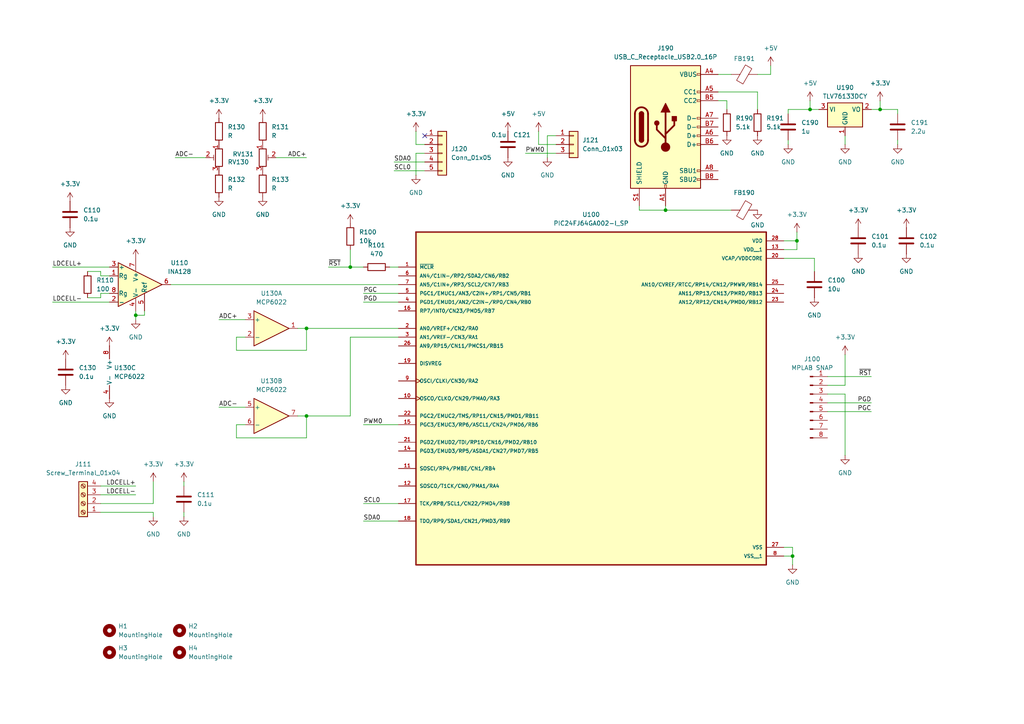
<source format=kicad_sch>
(kicad_sch (version 20231120) (generator "eeschema") (generator_version "8.0")
  (paper "A4")
  (lib_symbols
    (symbol "Amplifier_Instrumentation:INA128" (pin_names (offset 0.127))
      (property "Reference" "U" (at 3.81 3.175 0))
      (property "Value" "INA128" (at 3.81 -3.175 0))
      (symbol "INA128_0_1"
        (polyline (pts (xy 7.62 0) (xy -5.08 6.35) (xy -5.08 -6.35) (xy 7.62 0)) (stroke (width 0.254)) (fill (type background)))
      )
      (symbol "INA128_1_1"
        (pin passive line (at -7.62 2.54 0) (length 2.54) (name "Rg") (number "1"))
        (pin input line (at -7.62 -5.08 0) (length 2.54) (name "-") (number "2"))
        (pin input line (at -7.62 5.08 0) (length 2.54) (name "+") (number "3"))
        (pin power_in line (at 0 -7.62 90) (length 3.81) (name "V-") (number "4"))
        (pin input line (at 2.54 -7.62 90) (length 5.08) (name "Ref") (number "5"))
        (pin output line (at 10.16 0 180) (length 2.54) (name "~") (number "6"))
        (pin power_in line (at 0 7.62 270) (length 3.81) (name "V+") (number "7"))
        (pin passive line (at -7.62 -2.54 0) (length 2.54) (name "Rg") (number "8"))
      )
    )
    (symbol "Amplifier_Operational:MCP6022" (pin_names (offset 0.127))
      (property "Reference" "U" (at 0 5.08 0))
      (property "Value" "MCP6022" (at 0 -5.08 0))
      (symbol "MCP6022_1_1"
        (polyline (pts (xy -5.08 5.08) (xy 5.08 0) (xy -5.08 -5.08) (xy -5.08 5.08)) (stroke (width 0.254)) (fill (type background)))
        (pin output line (at 7.62 0 180) (length 2.54) (name "~") (number "1"))
        (pin input line (at -7.62 -2.54 0) (length 2.54) (name "-") (number "2"))
        (pin input line (at -7.62 2.54 0) (length 2.54) (name "+") (number "3"))
      )
      (symbol "MCP6022_2_1"
        (polyline (pts (xy -5.08 5.08) (xy 5.08 0) (xy -5.08 -5.08) (xy -5.08 5.08)) (stroke (width 0.254)) (fill (type background)))
        (pin input line (at -7.62 2.54 0) (length 2.54) (name "+") (number "5"))
        (pin input line (at -7.62 -2.54 0) (length 2.54) (name "-") (number "6"))
        (pin output line (at 7.62 0 180) (length 2.54) (name "~") (number "7"))
      )
      (symbol "MCP6022_3_1"
        (pin power_in line (at -2.54 -7.62 90) (length 3.81) (name "V-") (number "4"))
        (pin power_in line (at -2.54 7.62 270) (length 3.81) (name "V+") (number "8"))
      )
    )
    (symbol "Connector:Conn_01x08_Pin" (pin_names (offset 1.016) hide)
      (property "Reference" "J" (at 0 10.16 0))
      (property "Value" "Conn_01x08_Pin" (at 0 -12.7 0))
      (symbol "Conn_01x08_Pin_1_1"
        (polyline (pts (xy 1.27 -10.16) (xy 0.8636 -10.16)) (stroke (width 0.1524)))
        (polyline (pts (xy 1.27 -7.62) (xy 0.8636 -7.62)) (stroke (width 0.1524)))
        (polyline (pts (xy 1.27 -5.08) (xy 0.8636 -5.08)) (stroke (width 0.1524)))
        (polyline (pts (xy 1.27 -2.54) (xy 0.8636 -2.54)) (stroke (width 0.1524)))
        (polyline (pts (xy 1.27 0) (xy 0.8636 0)) (stroke (width 0.1524)))
        (polyline (pts (xy 1.27 2.54) (xy 0.8636 2.54)) (stroke (width 0.1524)))
        (polyline (pts (xy 1.27 5.08) (xy 0.8636 5.08)) (stroke (width 0.1524)))
        (polyline (pts (xy 1.27 7.62) (xy 0.8636 7.62)) (stroke (width 0.1524)))
        (rectangle (start 0.8636 -10.033) (end 0 -10.287) (stroke (width 0.1524)) (fill (type outline)))
        (rectangle (start 0.8636 -7.493) (end 0 -7.747) (stroke (width 0.1524)) (fill (type outline)))
        (rectangle (start 0.8636 -4.953) (end 0 -5.207) (stroke (width 0.1524)) (fill (type outline)))
        (rectangle (start 0.8636 -2.413) (end 0 -2.667) (stroke (width 0.1524)) (fill (type outline)))
        (rectangle (start 0.8636 0.127) (end 0 -0.127) (stroke (width 0.1524)) (fill (type outline)))
        (rectangle (start 0.8636 2.667) (end 0 2.413) (stroke (width 0.1524)) (fill (type outline)))
        (rectangle (start 0.8636 5.207) (end 0 4.953) (stroke (width 0.1524)) (fill (type outline)))
        (rectangle (start 0.8636 7.747) (end 0 7.493) (stroke (width 0.1524)) (fill (type outline)))
        (pin passive line (at 5.08 7.62 180) (length 3.81) (name "Pin_1") (number "1"))
        (pin passive line (at 5.08 5.08 180) (length 3.81) (name "Pin_2") (number "2"))
        (pin passive line (at 5.08 2.54 180) (length 3.81) (name "Pin_3") (number "3"))
        (pin passive line (at 5.08 0 180) (length 3.81) (name "Pin_4") (number "4"))
        (pin passive line (at 5.08 -2.54 180) (length 3.81) (name "Pin_5") (number "5"))
        (pin passive line (at 5.08 -5.08 180) (length 3.81) (name "Pin_6") (number "6"))
        (pin passive line (at 5.08 -7.62 180) (length 3.81) (name "Pin_7") (number "7"))
        (pin passive line (at 5.08 -10.16 180) (length 3.81) (name "Pin_8") (number "8"))
      )
    )
    (symbol "Connector:Screw_Terminal_01x04" (pin_names (offset 1.016) hide)
      (property "Reference" "J" (at 0 5.08 0))
      (property "Value" "Screw_Terminal_01x04" (at 0 -7.62 0))
      (symbol "Screw_Terminal_01x04_1_1"
        (rectangle (start -1.27 3.81) (end 1.27 -6.35) (stroke (width 0.254)) (fill (type background)))
        (circle (center 0 -5.08) (radius 0.635) (stroke (width 0.1524)))
        (circle (center 0 -2.54) (radius 0.635) (stroke (width 0.1524)))
        (polyline (pts (xy -0.5334 -4.7498) (xy 0.3302 -5.588)) (stroke (width 0.1524)))
        (polyline (pts (xy -0.5334 -2.2098) (xy 0.3302 -3.048)) (stroke (width 0.1524)))
        (polyline (pts (xy -0.5334 0.3302) (xy 0.3302 -0.508)) (stroke (width 0.1524)))
        (polyline (pts (xy -0.5334 2.8702) (xy 0.3302 2.032)) (stroke (width 0.1524)))
        (polyline (pts (xy -0.3556 -4.572) (xy 0.508 -5.4102)) (stroke (width 0.1524)))
        (polyline (pts (xy -0.3556 -2.032) (xy 0.508 -2.8702)) (stroke (width 0.1524)))
        (polyline (pts (xy -0.3556 0.508) (xy 0.508 -0.3302)) (stroke (width 0.1524)))
        (polyline (pts (xy -0.3556 3.048) (xy 0.508 2.2098)) (stroke (width 0.1524)))
        (circle (center 0 0) (radius 0.635) (stroke (width 0.1524)))
        (circle (center 0 2.54) (radius 0.635) (stroke (width 0.1524)))
        (pin passive line (at -5.08 2.54 0) (length 3.81) (name "Pin_1") (number "1"))
        (pin passive line (at -5.08 0 0) (length 3.81) (name "Pin_2") (number "2"))
        (pin passive line (at -5.08 -2.54 0) (length 3.81) (name "Pin_3") (number "3"))
        (pin passive line (at -5.08 -5.08 0) (length 3.81) (name "Pin_4") (number "4"))
      )
    )
    (symbol "Connector:USB_C_Receptacle_USB2.0_16P" (pin_names (offset 1.016))
      (property "Reference" "J" (at 0 22.225 0))
      (property "Value" "USB_C_Receptacle_USB2.0_16P" (at 0 19.685 0))
      (symbol "USB_C_Receptacle_USB2.0_16P_0_0"
        (rectangle (start -0.254 -17.78) (end 0.254 -16.764))
        (rectangle (start 10.16 -14.986) (end 9.144 -15.494))
        (rectangle (start 10.16 -12.446) (end 9.144 -12.954))
        (rectangle (start 10.16 -4.826) (end 9.144 -5.334))
        (rectangle (start 10.16 -2.286) (end 9.144 -2.794))
        (rectangle (start 10.16 0.254) (end 9.144 -0.254))
        (rectangle (start 10.16 2.794) (end 9.144 2.286))
        (rectangle (start 10.16 7.874) (end 9.144 7.366))
        (rectangle (start 10.16 10.414) (end 9.144 9.906))
        (rectangle (start 10.16 15.494) (end 9.144 14.986))
      )
      (symbol "USB_C_Receptacle_USB2.0_16P_0_1"
        (rectangle (start -10.16 17.78) (end 10.16 -17.78) (stroke (width 0.254)) (fill (type background)))
        (arc (start -8.89 -3.81) (mid -6.985 -5.7067) (end -5.08 -3.81) (stroke (width 0.508)))
        (arc (start -7.62 -3.81) (mid -6.985 -4.4423) (end -6.35 -3.81) (stroke (width 0.254)))
        (arc (start -7.62 -3.81) (mid -6.985 -4.4423) (end -6.35 -3.81) (stroke (width 0.254)) (fill (type outline)))
        (rectangle (start -7.62 -3.81) (end -6.35 3.81) (stroke (width 0.254)) (fill (type outline)))
        (arc (start -6.35 3.81) (mid -6.985 4.4423) (end -7.62 3.81) (stroke (width 0.254)))
        (arc (start -6.35 3.81) (mid -6.985 4.4423) (end -7.62 3.81) (stroke (width 0.254)) (fill (type outline)))
        (arc (start -5.08 3.81) (mid -6.985 5.7067) (end -8.89 3.81) (stroke (width 0.508)))
        (circle (center -2.54 1.143) (radius 0.635) (stroke (width 0.254)) (fill (type outline)))
        (circle (center 0 -5.842) (radius 1.27) (fill (type outline)))
        (polyline (pts (xy -8.89 -3.81) (xy -8.89 3.81)) (stroke (width 0.508)))
        (polyline (pts (xy -5.08 3.81) (xy -5.08 -3.81)) (stroke (width 0.508)))
        (polyline (pts (xy 0 -5.842) (xy 0 4.318)) (stroke (width 0.508)))
        (polyline (pts (xy 0 -3.302) (xy -2.54 -0.762) (xy -2.54 0.508)) (stroke (width 0.508)))
        (polyline (pts (xy 0 -2.032) (xy 2.54 0.508) (xy 2.54 1.778)) (stroke (width 0.508)))
        (polyline (pts (xy -1.27 4.318) (xy 0 6.858) (xy 1.27 4.318) (xy -1.27 4.318)) (stroke (width 0.254)) (fill (type outline)))
        (rectangle (start 1.905 1.778) (end 3.175 3.048) (stroke (width 0.254)) (fill (type outline)))
      )
      (symbol "USB_C_Receptacle_USB2.0_16P_1_1"
        (pin passive line (at 0 -22.86 90) (length 5.08) (name "GND") (number "A1"))
        (pin passive line (at 0 -22.86 90) (length 5.08) hide (name "GND") (number "A12"))
        (pin passive line (at 15.24 15.24 180) (length 5.08) (name "VBUS") (number "A4"))
        (pin bidirectional line (at 15.24 10.16 180) (length 5.08) (name "CC1") (number "A5"))
        (pin bidirectional line (at 15.24 -2.54 180) (length 5.08) (name "D+") (number "A6"))
        (pin bidirectional line (at 15.24 2.54 180) (length 5.08) (name "D-") (number "A7"))
        (pin bidirectional line (at 15.24 -12.7 180) (length 5.08) (name "SBU1") (number "A8"))
        (pin passive line (at 15.24 15.24 180) (length 5.08) hide (name "VBUS") (number "A9"))
        (pin passive line (at 0 -22.86 90) (length 5.08) hide (name "GND") (number "B1"))
        (pin passive line (at 0 -22.86 90) (length 5.08) hide (name "GND") (number "B12"))
        (pin passive line (at 15.24 15.24 180) (length 5.08) hide (name "VBUS") (number "B4"))
        (pin bidirectional line (at 15.24 7.62 180) (length 5.08) (name "CC2") (number "B5"))
        (pin bidirectional line (at 15.24 -5.08 180) (length 5.08) (name "D+") (number "B6"))
        (pin bidirectional line (at 15.24 0 180) (length 5.08) (name "D-") (number "B7"))
        (pin bidirectional line (at 15.24 -15.24 180) (length 5.08) (name "SBU2") (number "B8"))
        (pin passive line (at 15.24 15.24 180) (length 5.08) hide (name "VBUS") (number "B9"))
        (pin passive line (at -7.62 -22.86 90) (length 5.08) (name "SHIELD") (number "S1"))
      )
    )
    (symbol "Connector_Generic:Conn_01x03" (pin_names (offset 1.016) hide)
      (property "Reference" "J" (at 0 5.08 0))
      (property "Value" "Conn_01x03" (at 0 -5.08 0))
      (symbol "Conn_01x03_1_1"
        (rectangle (start -1.27 -2.413) (end 0 -2.667) (stroke (width 0.1524)))
        (rectangle (start -1.27 0.127) (end 0 -0.127) (stroke (width 0.1524)))
        (rectangle (start -1.27 2.667) (end 0 2.413) (stroke (width 0.1524)))
        (rectangle (start -1.27 3.81) (end 1.27 -3.81) (stroke (width 0.254)) (fill (type background)))
        (pin passive line (at -5.08 2.54 0) (length 3.81) (name "Pin_1") (number "1"))
        (pin passive line (at -5.08 0 0) (length 3.81) (name "Pin_2") (number "2"))
        (pin passive line (at -5.08 -2.54 0) (length 3.81) (name "Pin_3") (number "3"))
      )
    )
    (symbol "Connector_Generic:Conn_01x05" (pin_names (offset 1.016) hide)
      (property "Reference" "J" (at 0 7.62 0))
      (property "Value" "Conn_01x05" (at 0 -7.62 0))
      (symbol "Conn_01x05_1_1"
        (rectangle (start -1.27 -4.953) (end 0 -5.207) (stroke (width 0.1524)))
        (rectangle (start -1.27 -2.413) (end 0 -2.667) (stroke (width 0.1524)))
        (rectangle (start -1.27 0.127) (end 0 -0.127) (stroke (width 0.1524)))
        (rectangle (start -1.27 2.667) (end 0 2.413) (stroke (width 0.1524)))
        (rectangle (start -1.27 5.207) (end 0 4.953) (stroke (width 0.1524)))
        (rectangle (start -1.27 6.35) (end 1.27 -6.35) (stroke (width 0.254)) (fill (type background)))
        (pin passive line (at -5.08 5.08 0) (length 3.81) (name "Pin_1") (number "1"))
        (pin passive line (at -5.08 2.54 0) (length 3.81) (name "Pin_2") (number "2"))
        (pin passive line (at -5.08 0 0) (length 3.81) (name "Pin_3") (number "3"))
        (pin passive line (at -5.08 -2.54 0) (length 3.81) (name "Pin_4") (number "4"))
        (pin passive line (at -5.08 -5.08 0) (length 3.81) (name "Pin_5") (number "5"))
      )
    )
    (symbol "Device:C" (pin_numbers hide) (pin_names (offset 0.254))
      (property "Reference" "C" (at 0.635 2.54 0))
      (property "Value" "C" (at 0.635 -2.54 0))
      (symbol "C_0_1"
        (polyline (pts (xy -2.032 -0.762) (xy 2.032 -0.762)) (stroke (width 0.508)))
        (polyline (pts (xy -2.032 0.762) (xy 2.032 0.762)) (stroke (width 0.508)))
      )
      (symbol "C_1_1"
        (pin passive line (at 0 3.81 270) (length 2.794) (name "~") (number "1"))
        (pin passive line (at 0 -3.81 90) (length 2.794) (name "~") (number "2"))
      )
    )
    (symbol "Device:FerriteBead" (pin_numbers hide) (pin_names (offset 0))
      (property "Reference" "FB" (at -3.81 0.635 90))
      (property "Value" "FerriteBead" (at 3.81 0 90))
      (symbol "FerriteBead_0_1"
        (polyline (pts (xy 0 -1.27) (xy 0 -1.2192)))
        (polyline (pts (xy 0 1.27) (xy 0 1.2954)))
        (polyline (pts (xy -2.7686 0.4064) (xy -1.7018 2.2606) (xy 2.7686 -0.3048) (xy 1.6764 -2.159) (xy -2.7686 0.4064)))
      )
      (symbol "FerriteBead_1_1"
        (pin passive line (at 0 3.81 270) (length 2.54) (name "~") (number "1"))
        (pin passive line (at 0 -3.81 90) (length 2.54) (name "~") (number "2"))
      )
    )
    (symbol "Device:R" (pin_numbers hide) (pin_names (offset 0))
      (property "Reference" "R" (at 2.032 0 90))
      (property "Value" "R" (at 0 0 90))
      (symbol "R_0_1"
        (rectangle (start -1.016 -2.54) (end 1.016 2.54) (stroke (width 0.254)))
      )
      (symbol "R_1_1"
        (pin passive line (at 0 3.81 270) (length 1.27) (name "~") (number "1"))
        (pin passive line (at 0 -3.81 90) (length 1.27) (name "~") (number "2"))
      )
    )
    (symbol "Device:R_Potentiometer_Trim" (pin_names (offset 1.016) hide)
      (property "Reference" "RV" (at -4.445 0 90))
      (property "Value" "R_Potentiometer_Trim" (at -2.54 0 90))
      (symbol "R_Potentiometer_Trim_0_1"
        (polyline (pts (xy 1.524 0.762) (xy 1.524 -0.762)))
        (polyline (pts (xy 2.54 0) (xy 1.524 0)))
        (rectangle (start 1.016 2.54) (end -1.016 -2.54) (stroke (width 0.254)))
      )
      (symbol "R_Potentiometer_Trim_1_1"
        (pin passive line (at 0 3.81 270) (length 1.27) (name "1") (number "1"))
        (pin passive line (at 3.81 0 180) (length 1.27) (name "2") (number "2"))
        (pin passive line (at 0 -3.81 90) (length 1.27) (name "3") (number "3"))
      )
    )
    (symbol "Mechanical:MountingHole" (pin_names (offset 1.016)) (exclude_from_sim yes) (in_bom no)
      (property "Reference" "H" (at 0 5.08 0))
      (property "Value" "MountingHole" (at 0 3.175 0))
      (symbol "MountingHole_0_1"
        (circle (center 0 0) (radius 1.27) (stroke (width 1.27)))
      )
    )
    (symbol "PIC24FJ64GA002-I_SP:PIC24FJ64GA002-I_SP" (pin_names (offset 1.016))
      (property "Reference" "U" (at -50.8 46.72 0))
      (property "Value" "PIC24FJ64GA002-I_SP" (at -50.8 -54.8 0))
      (symbol "PIC24FJ64GA002-I_SP_0_0"
        (rectangle (start -50.8 -50.8) (end 50.8 45.72) (stroke (width 0.41)) (fill (type background)))
        (pin input line (at -55.88 35.56 0) (length 5.08) (name "~{MCLR}") (number "1"))
        (pin bidirectional clock (at -55.88 -2.54 0) (length 5.08) (name "OSCO/CLKO/CN29/PMA0/RA3") (number "10"))
        (pin bidirectional line (at -55.88 -22.86 0) (length 5.08) (name "SOSCI/RP4/PMBE/CN1/RB4") (number "11"))
        (pin bidirectional line (at -55.88 -27.94 0) (length 5.08) (name "SOSCO/T1CK/CN0/PMA1/RA4") (number "12"))
        (pin power_in line (at 55.88 40.64 180) (length 5.08) (name "VDD__1") (number "13"))
        (pin bidirectional line (at -55.88 -17.78 0) (length 5.08) (name "PGD3/EMUD3/RP5/ASDA1/CN27/PMD7/RB5") (number "14"))
        (pin bidirectional line (at -55.88 -10.16 0) (length 5.08) (name "PGC3/EMUC3/RP6/ASCL1/CN24/PMD6/RB6") (number "15"))
        (pin input line (at -55.88 22.86 0) (length 5.08) (name "RP7/INT0/CN23/PMD5/RB7") (number "16"))
        (pin bidirectional line (at -55.88 -33.02 0) (length 5.08) (name "TCK/RP8/SCL1/CN22/PMD4/RB8") (number "17"))
        (pin bidirectional line (at -55.88 -38.1 0) (length 5.08) (name "TDO/RP9/SDA1/CN21/PMD3/RB9") (number "18"))
        (pin bidirectional line (at -55.88 7.62 0) (length 5.08) (name "DISVREG") (number "19"))
        (pin bidirectional line (at -55.88 17.78 0) (length 5.08) (name "AN0/VREF+/CN2/RA0") (number "2"))
        (pin power_in line (at 55.88 38.1 180) (length 5.08) (name "VCAP/VDDCORE") (number "20"))
        (pin bidirectional line (at -55.88 -15.24 0) (length 5.08) (name "PGD2/EMUD2/TDI/RP10/CN16/PMD2/RB10") (number "21"))
        (pin bidirectional line (at -55.88 -7.62 0) (length 5.08) (name "PGC2/EMUC2/TMS/RP11/CN15/PMD1/RB11") (number "22"))
        (pin bidirectional line (at 55.88 25.4 180) (length 5.08) (name "AN12/RP12/CN14/PMD0/RB12") (number "23"))
        (pin bidirectional line (at 55.88 27.94 180) (length 5.08) (name "AN11/RP13/CN13/PMRD/RB13") (number "24"))
        (pin bidirectional line (at 55.88 30.48 180) (length 5.08) (name "AN10/CVREF/RTCC/RP14/CN12/PMWR/RB14") (number "25"))
        (pin bidirectional line (at -55.88 12.7 0) (length 5.08) (name "AN9/RP15/CN11/PMCS1/RB15") (number "26"))
        (pin power_in line (at 55.88 -45.72 180) (length 5.08) (name "VSS") (number "27"))
        (pin power_in line (at 55.88 43.18 180) (length 5.08) (name "VDD") (number "28"))
        (pin bidirectional line (at -55.88 15.24 0) (length 5.08) (name "AN1/VREF-/CN3/RA1") (number "3"))
        (pin input line (at -55.88 25.4 0) (length 5.08) (name "PGD1/EMUD1/AN2/C2IN-/RP0/CN4/RB0") (number "4"))
        (pin input line (at -55.88 27.94 0) (length 5.08) (name "PGC1/EMUC1/AN3/C2IN+/RP1/CN5/RB1") (number "5"))
        (pin input line (at -55.88 33.02 0) (length 5.08) (name "AN4/C1IN-/RP2/SDA2/CN6/RB2") (number "6"))
        (pin input line (at -55.88 30.48 0) (length 5.08) (name "AN5/C1IN+/RP3/SCL2/CN7/RB3") (number "7"))
        (pin power_in line (at 55.88 -48.26 180) (length 5.08) (name "VSS__1") (number "8"))
        (pin bidirectional clock (at -55.88 2.54 0) (length 5.08) (name "OSCI/CLKI/CN30/RA2") (number "9"))
      )
    )
    (symbol "Regulator_Linear:TLV76133DCY"
      (property "Reference" "U" (at -7.62 6.35 0))
      (property "Value" "TLV76133DCY" (at -1.27 6.35 0))
      (symbol "TLV76133DCY_0_1"
        (rectangle (start -5.08 -5.08) (end 5.08 1.905) (stroke (width 0.254)) (fill (type background)))
      )
      (symbol "TLV76133DCY_1_1"
        (pin power_in line (at 0 -7.62 90) (length 2.54) (name "GND") (number "1"))
        (pin power_out line (at 7.62 0 180) (length 2.54) (name "VO") (number "2"))
        (pin power_in line (at -7.62 0 0) (length 2.54) (name "VI") (number "3"))
      )
    )
    (symbol "power:+3.3V" (power) (pin_numbers hide) (pin_names (offset 0) hide)
      (property "Value" "+3.3V" (at 0 3.556 0))
      (symbol "+3.3V_0_1"
        (polyline (pts (xy -0.762 1.27) (xy 0 2.54)))
        (polyline (pts (xy 0 0) (xy 0 2.54)))
        (polyline (pts (xy 0 2.54) (xy 0.762 1.27)))
      )
      (symbol "+3.3V_1_1"
        (pin power_in line (at 0 0 90) (length 0) (name "~") (number "1"))
      )
    )
    (symbol "power:+5V" (power) (pin_numbers hide) (pin_names (offset 0) hide)
      (property "Value" "+5V" (at 0 3.556 0))
      (symbol "+5V_0_1"
        (polyline (pts (xy -0.762 1.27) (xy 0 2.54)))
        (polyline (pts (xy 0 0) (xy 0 2.54)))
        (polyline (pts (xy 0 2.54) (xy 0.762 1.27)))
      )
      (symbol "+5V_1_1"
        (pin power_in line (at 0 0 90) (length 0) (name "~") (number "1"))
      )
    )
    (symbol "power:GND" (power) (pin_numbers hide) (pin_names (offset 0) hide)
      (property "Value" "GND" (at 0 -3.81 0))
      (symbol "GND_0_1"
        (polyline (pts (xy 0 0) (xy 0 -1.27) (xy 1.27 -1.27) (xy 0 -2.54) (xy -1.27 -1.27) (xy 0 -1.27)))
      )
      (symbol "GND_1_1"
        (pin power_in line (at 0 0 270) (length 0) (name "~") (number "1"))
      )
    )
  )
  (junction (at 88.9 95.25))
  (junction (at 101.6 77.47))
  (junction (at 193.04 60.96))
  (junction (at 255.27 31.75))
  (junction (at 88.9 120.65))
  (junction (at 234.95 31.75))
  (junction (at 39.37 91.44))
  (junction (at 229.87 161.29))
  (junction (at 231.14 69.85))
  (no_connect (at 123.19 39.37))
  (wire (pts (xy 29.21 85.09) (xy 31.75 85.09)))
  (wire (pts (xy 71.12 97.79) (xy 68.58 97.79)))
  (wire (pts (xy 208.28 29.21) (xy 210.82 29.21)))
  (wire (pts (xy 227.33 72.39) (xy 231.14 72.39)))
  (wire (pts (xy 185.42 59.69) (xy 185.42 60.96)))
  (wire (pts (xy 68.58 123.19) (xy 68.58 127)))
  (wire (pts (xy 236.22 78.74) (xy 236.22 74.93)))
  (wire (pts (xy 212.09 60.96) (xy 193.04 60.96)))
  (wire (pts (xy 25.4 78.74) (xy 29.21 78.74)))
  (wire (pts (xy 228.6 31.75) (xy 228.6 33.02)))
  (wire (pts (xy 29.21 143.51) (xy 39.37 143.51)))
  (wire (pts (xy 240.03 114.3) (xy 245.11 114.3)))
  (wire (pts (xy 114.3 49.53) (xy 123.19 49.53)))
  (wire (pts (xy 208.28 21.59) (xy 212.09 21.59)))
  (wire (pts (xy 41.91 91.44) (xy 39.37 91.44)))
  (wire (pts (xy 101.6 97.79) (xy 115.57 97.79)))
  (wire (pts (xy 236.22 74.93) (xy 227.33 74.93)))
  (wire (pts (xy 101.6 72.39) (xy 101.6 77.47)))
  (wire (pts (xy 44.45 139.7) (xy 44.45 146.05)))
  (wire (pts (xy 231.14 69.85) (xy 231.14 72.39)))
  (wire (pts (xy 161.29 39.37) (xy 158.75 39.37)))
  (wire (pts (xy 105.41 123.19) (xy 115.57 123.19)))
  (wire (pts (xy 240.03 111.76) (xy 245.11 111.76)))
  (wire (pts (xy 260.35 31.75) (xy 260.35 33.02)))
  (wire (pts (xy 227.33 69.85) (xy 231.14 69.85)))
  (wire (pts (xy 245.11 114.3) (xy 245.11 132.08)))
  (wire (pts (xy 101.6 120.65) (xy 101.6 97.79)))
  (wire (pts (xy 63.5 92.71) (xy 71.12 92.71)))
  (wire (pts (xy 219.71 21.59) (xy 223.52 21.59)))
  (wire (pts (xy 161.29 41.91) (xy 156.21 41.91)))
  (wire (pts (xy 105.41 85.09) (xy 115.57 85.09)))
  (wire (pts (xy 68.58 101.6) (xy 88.9 101.6)))
  (wire (pts (xy 68.58 127) (xy 88.9 127)))
  (wire (pts (xy 123.19 41.91) (xy 120.65 41.91)))
  (wire (pts (xy 229.87 163.83) (xy 229.87 161.29)))
  (wire (pts (xy 223.52 21.59) (xy 223.52 19.05)))
  (wire (pts (xy 105.41 77.47) (xy 101.6 77.47)))
  (wire (pts (xy 114.3 46.99) (xy 123.19 46.99)))
  (wire (pts (xy 68.58 97.79) (xy 68.58 101.6)))
  (wire (pts (xy 29.21 80.01) (xy 31.75 80.01)))
  (wire (pts (xy 39.37 92.71) (xy 39.37 91.44)))
  (wire (pts (xy 120.65 44.45) (xy 120.65 50.8)))
  (wire (pts (xy 245.11 39.37) (xy 245.11 41.91)))
  (wire (pts (xy 88.9 127) (xy 88.9 120.65)))
  (wire (pts (xy 44.45 148.59) (xy 44.45 149.86)))
  (wire (pts (xy 41.91 90.17) (xy 41.91 91.44)))
  (wire (pts (xy 123.19 44.45) (xy 120.65 44.45)))
  (wire (pts (xy 113.03 77.47) (xy 115.57 77.47)))
  (wire (pts (xy 80.01 45.72) (xy 88.9 45.72)))
  (wire (pts (xy 15.24 77.47) (xy 31.75 77.47)))
  (wire (pts (xy 53.34 139.7) (xy 53.34 140.97)))
  (wire (pts (xy 105.41 146.05) (xy 115.57 146.05)))
  (wire (pts (xy 260.35 40.64) (xy 260.35 41.91)))
  (wire (pts (xy 152.4 44.45) (xy 161.29 44.45)))
  (wire (pts (xy 50.8 45.72) (xy 59.69 45.72)))
  (wire (pts (xy 245.11 102.87) (xy 245.11 111.76)))
  (wire (pts (xy 210.82 29.21) (xy 210.82 31.75)))
  (wire (pts (xy 240.03 119.38) (xy 252.73 119.38)))
  (wire (pts (xy 255.27 31.75) (xy 260.35 31.75)))
  (wire (pts (xy 208.28 26.67) (xy 219.71 26.67)))
  (wire (pts (xy 105.41 87.63) (xy 115.57 87.63)))
  (wire (pts (xy 29.21 146.05) (xy 44.45 146.05)))
  (wire (pts (xy 49.53 82.55) (xy 115.57 82.55)))
  (wire (pts (xy 39.37 91.44) (xy 39.37 90.17)))
  (wire (pts (xy 231.14 67.31) (xy 231.14 69.85)))
  (wire (pts (xy 234.95 31.75) (xy 237.49 31.75)))
  (wire (pts (xy 71.12 123.19) (xy 68.58 123.19)))
  (wire (pts (xy 95.25 77.47) (xy 101.6 77.47)))
  (wire (pts (xy 228.6 31.75) (xy 234.95 31.75)))
  (wire (pts (xy 193.04 60.96) (xy 193.04 59.69)))
  (wire (pts (xy 227.33 158.75) (xy 229.87 158.75)))
  (wire (pts (xy 255.27 29.21) (xy 255.27 31.75)))
  (wire (pts (xy 88.9 120.65) (xy 86.36 120.65)))
  (wire (pts (xy 86.36 95.25) (xy 88.9 95.25)))
  (wire (pts (xy 25.4 86.36) (xy 29.21 86.36)))
  (wire (pts (xy 234.95 29.21) (xy 234.95 31.75)))
  (wire (pts (xy 105.41 151.13) (xy 115.57 151.13)))
  (wire (pts (xy 29.21 86.36) (xy 29.21 85.09)))
  (wire (pts (xy 156.21 38.1) (xy 156.21 41.91)))
  (wire (pts (xy 88.9 95.25) (xy 115.57 95.25)))
  (wire (pts (xy 88.9 120.65) (xy 101.6 120.65)))
  (wire (pts (xy 120.65 38.1) (xy 120.65 41.91)))
  (wire (pts (xy 228.6 40.64) (xy 228.6 41.91)))
  (wire (pts (xy 158.75 39.37) (xy 158.75 45.72)))
  (wire (pts (xy 240.03 116.84) (xy 252.73 116.84)))
  (wire (pts (xy 255.27 31.75) (xy 252.73 31.75)))
  (wire (pts (xy 219.71 26.67) (xy 219.71 31.75)))
  (wire (pts (xy 29.21 78.74) (xy 29.21 80.01)))
  (wire (pts (xy 185.42 60.96) (xy 193.04 60.96)))
  (wire (pts (xy 15.24 87.63) (xy 31.75 87.63)))
  (wire (pts (xy 29.21 148.59) (xy 44.45 148.59)))
  (wire (pts (xy 88.9 101.6) (xy 88.9 95.25)))
  (wire (pts (xy 63.5 118.11) (xy 71.12 118.11)))
  (wire (pts (xy 229.87 161.29) (xy 227.33 161.29)))
  (wire (pts (xy 229.87 158.75) (xy 229.87 161.29)))
  (wire (pts (xy 29.21 140.97) (xy 39.37 140.97)))
  (wire (pts (xy 240.03 109.22) (xy 252.73 109.22)))
  (wire (pts (xy 53.34 149.86) (xy 53.34 148.59)))
  (label "~{RST}" (at 95.25 77.47 0))
  (label "SDA0" (at 105.41 151.13 0))
  (label "PGC" (at 252.73 119.38 180))
  (label "PGC" (at 105.41 85.09 0))
  (label "LDCELL-" (at 15.24 87.63 0))
  (label "SDA0" (at 114.3 46.99 0))
  (label "~{RST}" (at 252.73 109.22 180))
  (label "PGD" (at 105.41 87.63 0))
  (label "LDCELL-" (at 39.37 143.51 180))
  (label "ADC-" (at 50.8 45.72 0))
  (label "ADC+" (at 88.9 45.72 180))
  (label "PWM0" (at 152.4 44.45 0))
  (label "PWM0" (at 105.41 123.19 0))
  (label "LDCELL+" (at 39.37 140.97 180))
  (label "SCL0" (at 114.3 49.53 0))
  (label "ADC+" (at 63.5 92.71 0))
  (label "ADC-" (at 63.5 118.11 0))
  (label "PGD" (at 252.73 116.84 180))
  (label "LDCELL+" (at 15.24 77.47 0))
  (label "SCL0" (at 105.41 146.05 0))
  (symbol (lib_id "power:GND") (at 31.75 115.57 0) (unit 1)
    (property "Reference" "#PWR04" (effects (hide yes)))
    (property "Value" "GND" (at 31.75 120.65 0))
    (property "Description" "Power symbol creates a global label with name \"GND\" , ground" (effects (hide yes)))
  )
  (symbol (lib_id "Mechanical:MountingHole") (at 52.07 189.23 0) (unit 1) (exclude_from_sim yes) (in_bom no)
    (property "Reference" "H4" (at 54.61 187.9599 0) (effects (justify left)))
    (property "Value" "MountingHole" (at 54.61 190.4999 0) (effects (justify left)))
    (property "Footprint" "MountingHole:MountingHole_2.7mm" (effects (hide yes)))
    (property "Description" "Mounting Hole without connection" (effects (hide yes)))
  )
  (symbol (lib_id "power:+5V") (at 223.52 19.05 0) (unit 1)
    (property "Reference" "#PWR037" (effects (hide yes)))
    (property "Value" "+5V" (at 223.52 13.97 0))
    (property "Description" "Power symbol creates a global label with name \"+5V\"" (effects (hide yes)))
  )
  (symbol (lib_id "power:+3.3V") (at 262.89 66.04 0) (unit 1)
    (property "Reference" "#PWR017" (effects (hide yes)))
    (property "Value" "+3.3V" (at 262.89 60.96 0))
    (property "Description" "Power symbol creates a global label with name \"+3.3V\"" (effects (hide yes)))
  )
  (symbol (lib_id "Device:R") (at 109.22 77.47 90) (unit 1)
    (property "Reference" "R101" (at 109.22 71.12 90))
    (property "Value" "470" (at 109.22 73.66 90))
    (property "Footprint" "Resistor_SMD:R_0603_1608Metric_Pad0.98x0.95mm_HandSolder" (effects (hide yes)))
    (property "Description" "Resistor" (effects (hide yes)))
  )
  (symbol (lib_id "Device:R") (at 76.2 53.34 0) (unit 1)
    (property "Reference" "R133" (at 78.74 52.0699 0) (effects (justify left)))
    (property "Value" "R" (at 78.74 54.6099 0) (effects (justify left)))
    (property "Footprint" "Resistor_SMD:R_0603_1608Metric_Pad0.98x0.95mm_HandSolder" (effects (hide yes)))
    (property "Description" "Resistor" (effects (hide yes)))
  )
  (symbol (lib_id "Device:C") (at 228.6 36.83 0) (unit 1)
    (property "Reference" "C190" (at 232.41 35.5599 0) (effects (justify left)))
    (property "Value" "1u" (at 232.41 38.0999 0) (effects (justify left)))
    (property "Footprint" "Capacitor_SMD:C_0603_1608Metric_Pad1.08x0.95mm_HandSolder" (effects (hide yes)))
    (property "Description" "Unpolarized capacitor" (effects (hide yes)))
  )
  (symbol (lib_id "power:+5V") (at 147.32 38.1 0) (unit 1)
    (property "Reference" "#PWR0101" (effects (hide yes)))
    (property "Value" "+5V" (at 147.32 33.02 0))
    (property "Description" "Power symbol creates a global label with name \"+5V\"" (effects (hide yes)))
  )
  (symbol (lib_id "power:GND") (at 44.45 149.86 0) (unit 1)
    (property "Reference" "#PWR025" (effects (hide yes)))
    (property "Value" "GND" (at 44.45 154.94 0))
    (property "Description" "Power symbol creates a global label with name \"GND\" , ground" (effects (hide yes)))
  )
  (symbol (lib_id "power:+3.3V") (at 53.34 139.7 0) (unit 1)
    (property "Reference" "#PWR026" (effects (hide yes)))
    (property "Value" "+3.3V" (at 53.34 134.62 0))
    (property "Description" "Power symbol creates a global label with name \"+3.3V\"" (effects (hide yes)))
  )
  (symbol (lib_id "Device:FerriteBead") (at 215.9 60.96 90) (unit 1)
    (property "Reference" "FB190" (at 215.8492 55.88 90))
    (property "Value" "FerriteBead" (effects (hide yes)))
    (property "Footprint" "Inductor_SMD:L_0603_1608Metric_Pad1.05x0.95mm_HandSolder" (effects (hide yes)))
    (property "Description" "Ferrite bead" (effects (hide yes)))
  )
  (symbol (lib_id "Connector:USB_C_Receptacle_USB2.0_16P") (at 193.04 36.83 0) (unit 1)
    (property "Reference" "J190" (at 193.04 13.97 0))
    (property "Value" "USB_C_Receptacle_USB2.0_16P" (at 193.04 16.51 0))
    (property "Footprint" "Connector_USB:USB_C_Receptacle_GCT_USB4085" (effects (hide yes)))
    (property "Datasheet" "https://www.usb.org/sites/default/files/documents/usb_type-c.zip" (effects (hide yes)))
    (property "Description" "USB 2.0-only 16P Type-C Receptacle connector" (effects (hide yes)))
  )
  (symbol (lib_id "power:GND") (at 120.65 50.8 0) (unit 1)
    (property "Reference" "#PWR032" (effects (hide yes)))
    (property "Value" "GND" (at 120.65 55.88 0))
    (property "Description" "Power symbol creates a global label with name \"GND\" , ground" (effects (hide yes)))
  )
  (symbol (lib_id "Device:C") (at 147.32 41.91 0) (unit 1)
    (property "Reference" "C121" (at 148.844 39.116 0) (effects (justify left)))
    (property "Value" "0.1u" (at 142.494 39.116 0) (effects (justify left)))
    (property "Footprint" "Capacitor_SMD:C_0603_1608Metric_Pad1.08x0.95mm_HandSolder" (effects (hide yes)))
    (property "Description" "Unpolarized capacitor" (effects (hide yes)))
  )
  (symbol (lib_id "power:+3.3V") (at 101.6 64.77 0) (unit 1)
    (property "Reference" "#PWR019" (effects (hide yes)))
    (property "Value" "+3.3V" (at 101.6 59.69 0))
    (property "Description" "Power symbol creates a global label with name \"+3.3V\"" (effects (hide yes)))
  )
  (symbol (lib_id "Device:R") (at 76.2 38.1 0) (unit 1)
    (property "Reference" "R131" (at 78.74 36.8299 0) (effects (justify left)))
    (property "Value" "R" (at 78.74 39.3699 0) (effects (justify left)))
    (property "Footprint" "Resistor_SMD:R_0603_1608Metric_Pad0.98x0.95mm_HandSolder" (effects (hide yes)))
    (property "Description" "Resistor" (effects (hide yes)))
  )
  (symbol (lib_id "power:GND") (at 19.05 111.76 0) (unit 1)
    (property "Reference" "#PWR031" (effects (hide yes)))
    (property "Value" "GND" (at 19.05 116.84 0))
    (property "Description" "Power symbol creates a global label with name \"GND\" , ground" (effects (hide yes)))
  )
  (symbol (lib_id "power:+3.3V") (at 63.5 34.29 0) (unit 1)
    (property "Reference" "#PWR08" (effects (hide yes)))
    (property "Value" "+3.3V" (at 63.5 29.21 0))
    (property "Description" "Power symbol creates a global label with name \"+3.3V\"" (effects (hide yes)))
  )
  (symbol (lib_id "Device:R_Potentiometer_Trim") (at 63.5 45.72 0) (mirror y) (unit 1)
    (property "Reference" "RV130" (at 66.04 46.99 0) (effects (justify right)))
    (property "Value" "R_Potentiometer_Trim" (effects (hide yes)))
    (property "Footprint" "Potentiometer_THT:Potentiometer_Bourns_3266Y_Vertical" (effects (hide yes)))
    (property "Description" "Trim-potentiometer" (effects (hide yes)))
  )
  (symbol (lib_id "power:+3.3V") (at 19.05 104.14 0) (unit 1)
    (property "Reference" "#PWR030" (effects (hide yes)))
    (property "Value" "+3.3V" (at 19.05 99.06 0))
    (property "Description" "Power symbol creates a global label with name \"+3.3V\"" (effects (hide yes)))
  )
  (symbol (lib_id "Device:R") (at 63.5 53.34 0) (unit 1)
    (property "Reference" "R132" (at 66.04 52.0699 0) (effects (justify left)))
    (property "Value" "R" (at 66.04 54.6099 0) (effects (justify left)))
    (property "Footprint" "Resistor_SMD:R_0603_1608Metric_Pad0.98x0.95mm_HandSolder" (effects (hide yes)))
    (property "Description" "Resistor" (effects (hide yes)))
  )
  (symbol (lib_id "Device:R") (at 210.82 35.56 0) (unit 1)
    (property "Reference" "R190" (at 213.36 34.2899 0) (effects (justify left)))
    (property "Value" "5.1k" (at 213.36 36.8299 0) (effects (justify left)))
    (property "Footprint" "Resistor_SMD:R_0603_1608Metric_Pad0.98x0.95mm_HandSolder" (effects (hide yes)))
    (property "Description" "Resistor" (effects (hide yes)))
  )
  (symbol (lib_id "power:GND") (at 229.87 163.83 0) (unit 1)
    (property "Reference" "#PWR012" (effects (hide yes)))
    (property "Value" "GND" (at 229.87 168.91 0))
    (property "Description" "Power symbol creates a global label with name \"GND\" , ground" (effects (hide yes)))
  )
  (symbol (lib_id "Amplifier_Instrumentation:INA128") (at 39.37 82.55 0) (unit 1)
    (property "Reference" "U110" (at 52.07 76.2314 0))
    (property "Value" "INA128" (at 52.07 78.7714 0))
    (property "Footprint" "Package_DIP:DIP-8_W7.62mm" (effects (hide yes)))
    (property "Datasheet" "http://www.ti.com/lit/ds/symlink/ina128.pdf" (effects (hide yes)))
    (property "Description" "Precision, Low Power Instrumentation Amplifier G = 1 + 50kOhm/Rg, DIP-8/SOIC-8" (effects (hide yes)))
  )
  (symbol (lib_id "Device:C") (at 262.89 69.85 0) (unit 1)
    (property "Reference" "C102" (at 266.7 68.5799 0) (effects (justify left)))
    (property "Value" "0.1u" (at 266.7 71.1199 0) (effects (justify left)))
    (property "Footprint" "Capacitor_SMD:C_0603_1608Metric_Pad1.08x0.95mm_HandSolder" (effects (hide yes)))
    (property "Description" "Unpolarized capacitor" (effects (hide yes)))
  )
  (symbol (lib_id "power:+3.3V") (at 231.14 67.31 0) (unit 1)
    (property "Reference" "#PWR013" (effects (hide yes)))
    (property "Value" "+3.3V" (at 231.14 62.23 0))
    (property "Description" "Power symbol creates a global label with name \"+3.3V\"" (effects (hide yes)))
  )
  (symbol (lib_id "Connector_Generic:Conn_01x05") (at 128.27 44.45 0) (unit 1)
    (property "Reference" "J120" (at 130.81 43.1799 0) (effects (justify left)))
    (property "Value" "Conn_01x05" (at 130.81 45.7199 0) (effects (justify left)))
    (property "Footprint" "Connector_PinHeader_2.54mm:PinHeader_1x05_P2.54mm_Vertical" (effects (hide yes)))
    (property "Description" "Generic connector, single row, 01x05, script generated (kicad-library-utils/schlib/autogen/connector/)" (effects (hide yes)))
  )
  (symbol (lib_id "power:GND") (at 147.32 45.72 0) (unit 1)
    (property "Reference" "#PWR039" (effects (hide yes)))
    (property "Value" "GND" (at 147.32 50.8 0))
    (property "Description" "Power symbol creates a global label with name \"GND\" , ground" (effects (hide yes)))
  )
  (symbol (lib_id "power:GND") (at 20.32 66.04 0) (unit 1)
    (property "Reference" "#PWR029" (effects (hide yes)))
    (property "Value" "GND" (at 20.32 71.12 0))
    (property "Description" "Power symbol creates a global label with name \"GND\" , ground" (effects (hide yes)))
  )
  (symbol (lib_id "Device:R_Potentiometer_Trim") (at 76.2 45.72 0) (unit 1)
    (property "Reference" "RV131" (at 73.66 44.704 0) (effects (justify right)))
    (property "Value" "R_Potentiometer_Trim" (effects (hide yes)))
    (property "Footprint" "Potentiometer_THT:Potentiometer_Bourns_3266Y_Vertical" (effects (hide yes)))
    (property "Description" "Trim-potentiometer" (effects (hide yes)))
  )
  (symbol (lib_id "Device:R") (at 63.5 38.1 0) (unit 1)
    (property "Reference" "R130" (at 66.04 36.8299 0) (effects (justify left)))
    (property "Value" "R" (at 66.04 39.3699 0) (effects (justify left)))
    (property "Footprint" "Resistor_SMD:R_0603_1608Metric_Pad0.98x0.95mm_HandSolder" (effects (hide yes)))
    (property "Description" "Resistor" (effects (hide yes)))
  )
  (symbol (lib_id "power:+5V") (at 156.21 38.1 0) (unit 1)
    (property "Reference" "#PWR034" (effects (hide yes)))
    (property "Value" "+5V" (at 156.21 33.02 0))
    (property "Description" "Power symbol creates a global label with name \"+5V\"" (effects (hide yes)))
  )
  (symbol (lib_id "PIC24FJ64GA002-I_SP:PIC24FJ64GA002-I_SP") (at 171.45 113.03 0) (unit 1)
    (property "Reference" "U100" (at 171.45 62.23 0))
    (property "Value" "PIC24FJ64GA002-I_SP" (at 171.45 64.77 0))
    (property "Footprint" "Package_DIP:DIP-28_W7.62mm" (effects (hide yes)))
  )
  (symbol (lib_id "Connector:Screw_Terminal_01x04") (at 24.13 146.05 180) (unit 1)
    (property "Reference" "J111" (at 24.13 134.62 0))
    (property "Value" "Screw_Terminal_01x04" (at 24.13 137.16 0))
    (property "Footprint" "Connector_Phoenix_MC:PhoenixContact_MC_1,5_4-G-3.81_1x04_P3.81mm_Horizontal" (effects (hide yes)))
    (property "Description" "Generic screw terminal, single row, 01x04, script generated (kicad-library-utils/schlib/autogen/connector/)" (effects (hide yes)))
  )
  (symbol (lib_id "power:GND") (at 39.37 92.71 0) (unit 1)
    (property "Reference" "#PWR05" (effects (hide yes)))
    (property "Value" "GND" (at 39.37 97.79 0))
    (property "Description" "Power symbol creates a global label with name \"GND\" , ground" (effects (hide yes)))
  )
  (symbol (lib_id "power:+3.3V") (at 245.11 102.87 0) (unit 1)
    (property "Reference" "#PWR020" (effects (hide yes)))
    (property "Value" "+3.3V" (at 245.11 97.79 0))
    (property "Description" "Power symbol creates a global label with name \"+3.3V\"" (effects (hide yes)))
  )
  (symbol (lib_id "power:GND") (at 219.71 60.96 0) (unit 1)
    (property "Reference" "#PWR036" (effects (hide yes)))
    (property "Value" "GND" (at 219.71 65.278 0))
    (property "Description" "Power symbol creates a global label with name \"GND\" , ground" (effects (hide yes)))
  )
  (symbol (lib_id "Mechanical:MountingHole") (at 52.07 182.88 0) (unit 1) (exclude_from_sim yes) (in_bom no)
    (property "Reference" "H2" (at 54.61 181.6099 0) (effects (justify left)))
    (property "Value" "MountingHole" (at 54.61 184.1499 0) (effects (justify left)))
    (property "Footprint" "MountingHole:MountingHole_2.7mm" (effects (hide yes)))
    (property "Description" "Mounting Hole without connection" (effects (hide yes)))
  )
  (symbol (lib_id "Device:C") (at 248.92 69.85 0) (unit 1)
    (property "Reference" "C101" (at 252.73 68.5799 0) (effects (justify left)))
    (property "Value" "0.1u" (at 252.73 71.1199 0) (effects (justify left)))
    (property "Footprint" "Capacitor_SMD:C_0603_1608Metric_Pad1.08x0.95mm_HandSolder" (effects (hide yes)))
    (property "Description" "Unpolarized capacitor" (effects (hide yes)))
  )
  (symbol (lib_id "Device:C") (at 260.35 36.83 0) (unit 1)
    (property "Reference" "C191" (at 264.16 35.5599 0) (effects (justify left)))
    (property "Value" "2.2u" (at 264.16 38.0999 0) (effects (justify left)))
    (property "Footprint" "Capacitor_SMD:C_0603_1608Metric_Pad1.08x0.95mm_HandSolder" (effects (hide yes)))
    (property "Description" "Unpolarized capacitor" (effects (hide yes)))
  )
  (symbol (lib_id "power:GND") (at 158.75 45.72 0) (unit 1)
    (property "Reference" "#PWR035" (effects (hide yes)))
    (property "Value" "GND" (at 158.75 50.8 0))
    (property "Description" "Power symbol creates a global label with name \"GND\" , ground" (effects (hide yes)))
  )
  (symbol (lib_id "power:GND") (at 262.89 73.66 0) (unit 1)
    (property "Reference" "#PWR018" (effects (hide yes)))
    (property "Value" "GND" (at 262.89 78.74 0))
    (property "Description" "Power symbol creates a global label with name \"GND\" , ground" (effects (hide yes)))
  )
  (symbol (lib_id "power:GND") (at 236.22 86.36 0) (unit 1)
    (property "Reference" "#PWR014" (effects (hide yes)))
    (property "Value" "GND" (at 236.22 91.44 0))
    (property "Description" "Power symbol creates a global label with name \"GND\" , ground" (effects (hide yes)))
  )
  (symbol (lib_id "Device:R") (at 101.6 68.58 0) (unit 1)
    (property "Reference" "R100" (at 104.14 67.3099 0) (effects (justify left)))
    (property "Value" "10k" (at 104.14 69.8499 0) (effects (justify left)))
    (property "Footprint" "Resistor_SMD:R_0603_1608Metric_Pad0.98x0.95mm_HandSolder" (effects (hide yes)))
    (property "Description" "Resistor" (effects (hide yes)))
  )
  (symbol (lib_id "power:GND") (at 53.34 149.86 0) (unit 1)
    (property "Reference" "#PWR027" (effects (hide yes)))
    (property "Value" "GND" (at 53.34 154.94 0))
    (property "Description" "Power symbol creates a global label with name \"GND\" , ground" (effects (hide yes)))
  )
  (symbol (lib_id "Mechanical:MountingHole") (at 31.75 189.23 0) (unit 1) (exclude_from_sim yes) (in_bom no)
    (property "Reference" "H3" (at 34.29 187.9599 0) (effects (justify left)))
    (property "Value" "MountingHole" (at 34.29 190.4999 0) (effects (justify left)))
    (property "Footprint" "MountingHole:MountingHole_2.7mm" (effects (hide yes)))
    (property "Description" "Mounting Hole without connection" (effects (hide yes)))
  )
  (symbol (lib_id "Device:R") (at 219.71 35.56 0) (unit 1)
    (property "Reference" "R191" (at 222.25 34.2899 0) (effects (justify left)))
    (property "Value" "5.1k" (at 222.25 36.8299 0) (effects (justify left)))
    (property "Footprint" "Resistor_SMD:R_0603_1608Metric_Pad0.98x0.95mm_HandSolder" (effects (hide yes)))
    (property "Description" "Resistor" (effects (hide yes)))
  )
  (symbol (lib_id "Device:C") (at 19.05 107.95 0) (unit 1)
    (property "Reference" "C130" (at 22.86 106.6799 0) (effects (justify left)))
    (property "Value" "0.1u" (at 22.86 109.2199 0) (effects (justify left)))
    (property "Footprint" "Capacitor_SMD:C_0603_1608Metric_Pad1.08x0.95mm_HandSolder" (effects (hide yes)))
    (property "Description" "Unpolarized capacitor" (effects (hide yes)))
  )
  (symbol (lib_id "Connector:Conn_01x08_Pin") (at 234.95 116.84 0) (unit 1)
    (property "Reference" "J100" (at 235.585 104.14 0))
    (property "Value" "MPLAB SNAP" (at 235.585 106.68 0))
    (property "Footprint" "Connector_PinHeader_2.54mm:PinHeader_1x08_P2.54mm_Horizontal" (effects (hide yes)))
    (property "Description" "Generic connector, single row, 01x08, script generated" (effects (hide yes)))
  )
  (symbol (lib_id "power:GND") (at 245.11 132.08 0) (unit 1)
    (property "Reference" "#PWR021" (effects (hide yes)))
    (property "Value" "GND" (at 245.11 137.16 0))
    (property "Description" "Power symbol creates a global label with name \"GND\" , ground" (effects (hide yes)))
  )
  (symbol (lib_id "power:GND") (at 63.5 57.15 0) (unit 1)
    (property "Reference" "#PWR09" (effects (hide yes)))
    (property "Value" "GND" (at 63.5 62.23 0))
    (property "Description" "Power symbol creates a global label with name \"GND\" , ground" (effects (hide yes)))
  )
  (symbol (lib_id "power:+5V") (at 234.95 29.21 0) (unit 1)
    (property "Reference" "#PWR01" (effects (hide yes)))
    (property "Value" "+5V" (at 234.95 24.13 0))
    (property "Description" "Power symbol creates a global label with name \"+5V\"" (effects (hide yes)))
  )
  (symbol (lib_id "power:+3.3V") (at 44.45 139.7 0) (unit 1)
    (property "Reference" "#PWR024" (effects (hide yes)))
    (property "Value" "+3.3V" (at 44.45 134.62 0))
    (property "Description" "Power symbol creates a global label with name \"+3.3V\"" (effects (hide yes)))
  )
  (symbol (lib_id "power:+3.3V") (at 255.27 29.21 0) (unit 1)
    (property "Reference" "#PWR02" (effects (hide yes)))
    (property "Value" "+3.3V" (at 255.27 24.13 0))
    (property "Description" "Power symbol creates a global label with name \"+3.3V\"" (effects (hide yes)))
  )
  (symbol (lib_id "power:+3.3V") (at 120.65 38.1 0) (unit 1)
    (property "Reference" "#PWR033" (effects (hide yes)))
    (property "Value" "+3.3V" (at 120.65 33.02 0))
    (property "Description" "Power symbol creates a global label with name \"+3.3V\"" (effects (hide yes)))
  )
  (symbol (lib_id "power:+3.3V") (at 39.37 74.93 0) (unit 1)
    (property "Reference" "#PWR07" (effects (hide yes)))
    (property "Value" "+3.3V" (at 39.37 69.85 0))
    (property "Description" "Power symbol creates a global label with name \"+3.3V\"" (effects (hide yes)))
  )
  (symbol (lib_id "Device:C") (at 20.32 62.23 0) (unit 1)
    (property "Reference" "C110" (at 24.13 60.9599 0) (effects (justify left)))
    (property "Value" "0.1u" (at 24.13 63.4999 0) (effects (justify left)))
    (property "Footprint" "Capacitor_SMD:C_0603_1608Metric_Pad1.08x0.95mm_HandSolder" (effects (hide yes)))
    (property "Description" "Unpolarized capacitor" (effects (hide yes)))
  )
  (symbol (lib_id "power:+3.3V") (at 31.75 100.33 0) (unit 1)
    (property "Reference" "#PWR06" (effects (hide yes)))
    (property "Value" "+3.3V" (at 31.75 95.25 0))
    (property "Description" "Power symbol creates a global label with name \"+3.3V\"" (effects (hide yes)))
  )
  (symbol (lib_id "Mechanical:MountingHole") (at 31.75 182.88 0) (unit 1) (exclude_from_sim yes) (in_bom no)
    (property "Reference" "H1" (at 34.29 181.6099 0) (effects (justify left)))
    (property "Value" "MountingHole" (at 34.29 184.1499 0) (effects (justify left)))
    (property "Footprint" "MountingHole:MountingHole_2.7mm" (effects (hide yes)))
    (property "Description" "Mounting Hole without connection" (effects (hide yes)))
  )
  (symbol (lib_id "Regulator_Linear:TLV76133DCY") (at 245.11 31.75 0) (unit 1)
    (property "Reference" "U190" (at 245.11 25.4 0))
    (property "Value" "TLV76133DCY" (at 245.11 27.94 0))
    (property "Footprint" "Package_TO_SOT_SMD:SOT-223-3_TabPin2" (effects (hide yes)))
    (property "Datasheet" "https://www.ti.com/lit/ds/symlink/tlv761.pdf" (effects (hide yes)))
    (property "Description" "3.3V, 1A, Low Noise, High-PSRR LDO Regulator, 2.5V...16V input, SOT-223" (effects (hide yes)))
  )
  (symbol (lib_id "Amplifier_Operational:MCP6022") (at 78.74 120.65 0) (unit 2)
    (property "Reference" "U130" (at 78.74 110.49 0))
    (property "Value" "MCP6022" (at 78.74 113.03 0))
    (property "Footprint" "Package_DIP:DIP-8_W7.62mm" (effects (hide yes)))
    (property "Datasheet" "http://ww1.microchip.com/downloads/en/devicedoc/20001685e.pdf" (effects (hide yes)))
    (property "Description" "Dual Operational Amplifiers, Rail-to-Rail Input/Output, DIP-8/SOIC-8/TSSOP-8" (effects (hide yes)))
  )
  (symbol (lib_id "power:GND") (at 260.35 41.91 0) (unit 1)
    (property "Reference" "#PWR023" (effects (hide yes)))
    (property "Value" "GND" (at 260.35 46.99 0))
    (property "Description" "Power symbol creates a global label with name \"GND\" , ground" (effects (hide yes)))
  )
  (symbol (lib_id "Connector_Generic:Conn_01x03") (at 166.37 41.91 0) (unit 1)
    (property "Reference" "J121" (at 168.91 40.6399 0) (effects (justify left)))
    (property "Value" "Conn_01x03" (at 168.91 43.1799 0) (effects (justify left)))
    (property "Footprint" "Connector_PinHeader_2.54mm:PinHeader_1x03_P2.54mm_Vertical" (effects (hide yes)))
    (property "Description" "Generic connector, single row, 01x03, script generated (kicad-library-utils/schlib/autogen/connector/)" (effects (hide yes)))
  )
  (symbol (lib_id "power:GND") (at 228.6 41.91 0) (unit 1)
    (property "Reference" "#PWR022" (effects (hide yes)))
    (property "Value" "GND" (at 228.6 46.99 0))
    (property "Description" "Power symbol creates a global label with name \"GND\" , ground" (effects (hide yes)))
  )
  (symbol (lib_id "Device:FerriteBead") (at 215.9 21.59 90) (unit 1)
    (property "Reference" "FB191" (at 215.9 17.018 90))
    (property "Value" "FerriteBead" (effects (hide yes)))
    (property "Footprint" "Inductor_SMD:L_0603_1608Metric_Pad1.05x0.95mm_HandSolder" (effects (hide yes)))
    (property "Description" "Ferrite bead" (effects (hide yes)))
  )
  (symbol (lib_id "power:GND") (at 210.82 39.37 0) (unit 1)
    (property "Reference" "#PWR041" (effects (hide yes)))
    (property "Value" "GND" (at 210.82 44.45 0))
    (property "Description" "Power symbol creates a global label with name \"GND\" , ground" (effects (hide yes)))
  )
  (symbol (lib_id "power:+3.3V") (at 20.32 58.42 0) (unit 1)
    (property "Reference" "#PWR028" (effects (hide yes)))
    (property "Value" "+3.3V" (at 20.32 53.34 0))
    (property "Description" "Power symbol creates a global label with name \"+3.3V\"" (effects (hide yes)))
  )
  (symbol (lib_id "Device:R") (at 25.4 82.55 0) (unit 1)
    (property "Reference" "R110" (at 27.94 81.2799 0) (effects (justify left)))
    (property "Value" "100" (at 27.94 83.8199 0) (effects (justify left)))
    (property "Footprint" "Resistor_SMD:R_0603_1608Metric_Pad0.98x0.95mm_HandSolder" (effects (hide yes)))
    (property "Description" "Resistor" (effects (hide yes)))
  )
  (symbol (lib_id "power:GND") (at 219.71 39.37 0) (unit 1)
    (property "Reference" "#PWR040" (effects (hide yes)))
    (property "Value" "GND" (at 219.71 44.45 0))
    (property "Description" "Power symbol creates a global label with name \"GND\" , ground" (effects (hide yes)))
  )
  (symbol (lib_id "power:GND") (at 76.2 57.15 0) (unit 1)
    (property "Reference" "#PWR011" (effects (hide yes)))
    (property "Value" "GND" (at 76.2 62.23 0))
    (property "Description" "Power symbol creates a global label with name \"GND\" , ground" (effects (hide yes)))
  )
  (symbol (lib_id "Amplifier_Operational:MCP6022") (at 34.29 107.95 0) (unit 3)
    (property "Reference" "U130" (at 33.02 106.6799 0) (effects (justify left)))
    (property "Value" "MCP6022" (at 33.02 109.2199 0) (effects (justify left)))
    (property "Footprint" "Package_DIP:DIP-8_W7.62mm" (effects (hide yes)))
    (property "Datasheet" "http://ww1.microchip.com/downloads/en/devicedoc/20001685e.pdf" (effects (hide yes)))
    (property "Description" "Dual Operational Amplifiers, Rail-to-Rail Input/Output, DIP-8/SOIC-8/TSSOP-8" (effects (hide yes)))
  )
  (symbol (lib_id "Amplifier_Operational:MCP6022") (at 78.74 95.25 0) (unit 1)
    (property "Reference" "U130" (at 78.74 85.09 0))
    (property "Value" "MCP6022" (at 78.74 87.63 0))
    (property "Footprint" "Package_DIP:DIP-8_W7.62mm" (effects (hide yes)))
    (property "Datasheet" "http://ww1.microchip.com/downloads/en/devicedoc/20001685e.pdf" (effects (hide yes)))
    (property "Description" "Dual Operational Amplifiers, Rail-to-Rail Input/Output, DIP-8/SOIC-8/TSSOP-8" (effects (hide yes)))
  )
  (symbol (lib_id "power:GND") (at 248.92 73.66 0) (unit 1)
    (property "Reference" "#PWR016" (effects (hide yes)))
    (property "Value" "GND" (at 248.92 78.74 0))
    (property "Description" "Power symbol creates a global label with name \"GND\" , ground" (effects (hide yes)))
  )
  (symbol (lib_id "Device:C") (at 53.34 144.78 0) (unit 1)
    (property "Reference" "C111" (at 57.15 143.5099 0) (effects (justify left)))
    (property "Value" "0.1u" (at 57.15 146.0499 0) (effects (justify left)))
    (property "Footprint" "Capacitor_SMD:C_0603_1608Metric_Pad1.08x0.95mm_HandSolder" (effects (hide yes)))
    (property "Description" "Unpolarized capacitor" (effects (hide yes)))
  )
  (symbol (lib_id "Device:C") (at 236.22 82.55 0) (unit 1)
    (property "Reference" "C100" (at 240.03 81.2799 0) (effects (justify left)))
    (property "Value" "10u" (at 240.03 83.8199 0) (effects (justify left)))
    (property "Footprint" "Capacitor_SMD:C_0805_2012Metric_Pad1.18x1.45mm_HandSolder" (effects (hide yes)))
    (property "Description" "Unpolarized capacitor" (effects (hide yes)))
  )
  (symbol (lib_id "power:GND") (at 245.11 41.91 0) (unit 1)
    (property "Reference" "#PWR03" (effects (hide yes)))
    (property "Value" "GND" (at 245.11 46.99 0))
    (property "Description" "Power symbol creates a global label with name \"GND\" , ground" (effects (hide yes)))
  )
  (symbol (lib_id "power:+3.3V") (at 76.2 34.29 0) (unit 1)
    (property "Reference" "#PWR010" (effects (hide yes)))
    (property "Value" "+3.3V" (at 76.2 29.21 0))
    (property "Description" "Power symbol creates a global label with name \"+3.3V\"" (effects (hide yes)))
  )
  (symbol (lib_id "power:+3.3V") (at 248.92 66.04 0) (unit 1)
    (property "Reference" "#PWR015" (effects (hide yes)))
    (property "Value" "+3.3V" (at 248.92 60.96 0))
    (property "Description" "Power symbol creates a global label with name \"+3.3V\"" (effects (hide yes)))
  )
)
</source>
